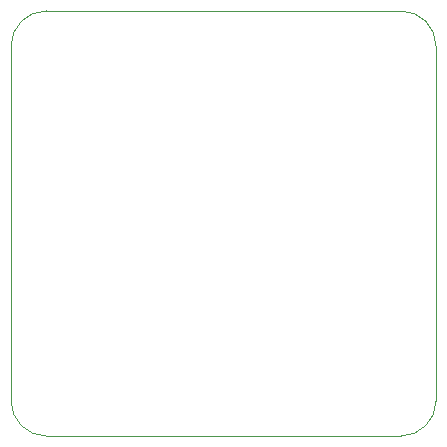
<source format=gbr>
G04 #@! TF.GenerationSoftware,KiCad,Pcbnew,(6.0.8)*
G04 #@! TF.CreationDate,2023-01-15T21:35:18+01:00*
G04 #@! TF.ProjectId,ultimateFC,756c7469-6d61-4746-9546-432e6b696361,rev?*
G04 #@! TF.SameCoordinates,Original*
G04 #@! TF.FileFunction,Profile,NP*
%FSLAX46Y46*%
G04 Gerber Fmt 4.6, Leading zero omitted, Abs format (unit mm)*
G04 Created by KiCad (PCBNEW (6.0.8)) date 2023-01-15 21:35:18*
%MOMM*%
%LPD*%
G01*
G04 APERTURE LIST*
G04 #@! TA.AperFunction,Profile*
%ADD10C,0.050000*%
G04 #@! TD*
G04 APERTURE END LIST*
D10*
X130000000Y-133000000D02*
X100000000Y-133000000D01*
X133000000Y-100000000D02*
G75*
G03*
X130000000Y-97000000I-3000000J0D01*
G01*
X100000000Y-97000000D02*
G75*
G03*
X97000000Y-100000000I0J-3000000D01*
G01*
X97000000Y-130000000D02*
X97000000Y-100000000D01*
X97000000Y-130000000D02*
G75*
G03*
X100000000Y-133000000I3000000J0D01*
G01*
X133000000Y-100000000D02*
X133000000Y-130000000D01*
X100000000Y-97000000D02*
X130000000Y-97000000D01*
X130000000Y-133000000D02*
G75*
G03*
X133000000Y-130000000I0J3000000D01*
G01*
M02*

</source>
